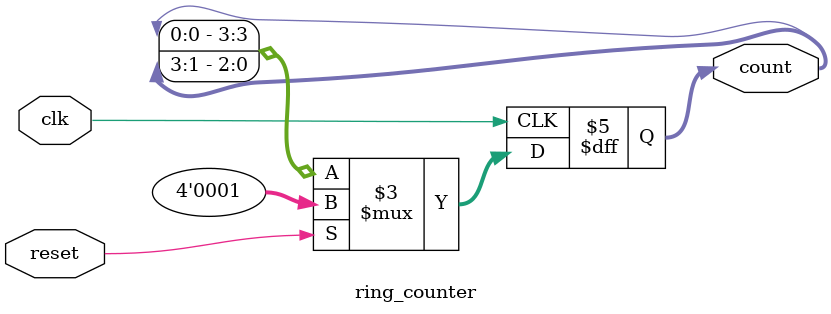
<source format=v>
module ring_counter(clk,reset,count);

input clk,reset;
output reg [3:0] count;

always@(posedge clk)
    begin

        if (reset)
            count <= 4'b0001;
        else
            count <= {count[0],count[3:1]};
        
    end

endmodule


</source>
